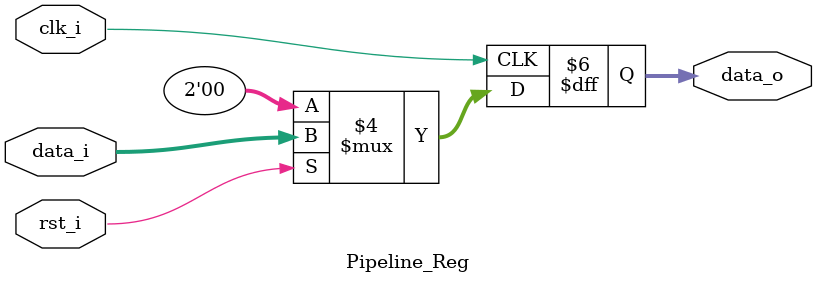
<source format=v>
module Pipeline_Reg( clk_i, rst_i, data_i, data_o);
input clk_i, rst_i;
input [size-1:0] data_i;
output reg [size-1:0] data_o;  

//Internal signals/registers           
parameter size = 0;

//Writing data when postive edge clk_i
always @(posedge clk_i) begin
	if (~rst_i)
		data_o <= 0;
	else
		data_o <= data_i;
end

endmodule  
</source>
